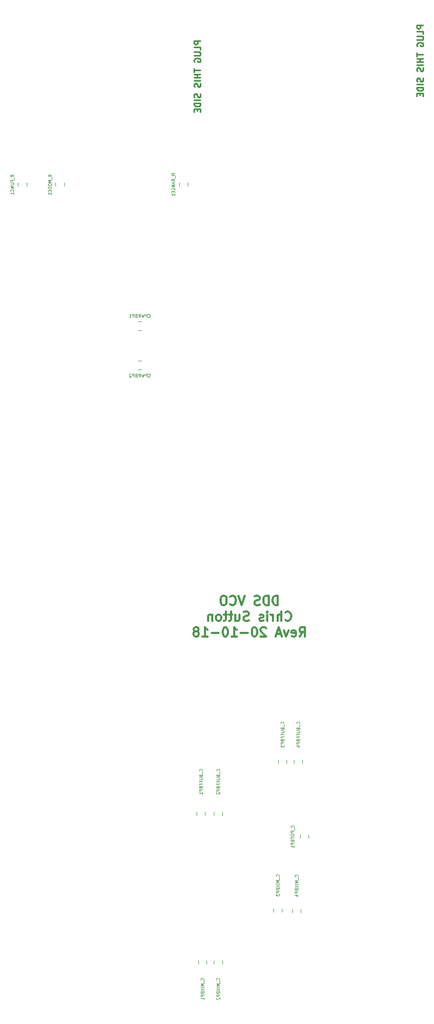
<source format=gbr>
G04 #@! TF.GenerationSoftware,KiCad,Pcbnew,(5.0.0)*
G04 #@! TF.CreationDate,2018-10-20T13:21:43+01:00*
G04 #@! TF.ProjectId,AD9833FunctionGenerator,41443938333346756E6374696F6E4765,rev?*
G04 #@! TF.SameCoordinates,Original*
G04 #@! TF.FileFunction,Legend,Bot*
G04 #@! TF.FilePolarity,Positive*
%FSLAX46Y46*%
G04 Gerber Fmt 4.6, Leading zero omitted, Abs format (unit mm)*
G04 Created by KiCad (PCBNEW (5.0.0)) date 10/20/18 13:21:43*
%MOMM*%
%LPD*%
G01*
G04 APERTURE LIST*
%ADD10C,0.300000*%
%ADD11C,0.250000*%
%ADD12C,0.120000*%
%ADD13C,0.050000*%
G04 APERTURE END LIST*
D10*
X98587142Y-161958571D02*
X98587142Y-160458571D01*
X98230000Y-160458571D01*
X98015714Y-160530000D01*
X97872857Y-160672857D01*
X97801428Y-160815714D01*
X97730000Y-161101428D01*
X97730000Y-161315714D01*
X97801428Y-161601428D01*
X97872857Y-161744285D01*
X98015714Y-161887142D01*
X98230000Y-161958571D01*
X98587142Y-161958571D01*
X97087142Y-161958571D02*
X97087142Y-160458571D01*
X96730000Y-160458571D01*
X96515714Y-160530000D01*
X96372857Y-160672857D01*
X96301428Y-160815714D01*
X96230000Y-161101428D01*
X96230000Y-161315714D01*
X96301428Y-161601428D01*
X96372857Y-161744285D01*
X96515714Y-161887142D01*
X96730000Y-161958571D01*
X97087142Y-161958571D01*
X95658571Y-161887142D02*
X95444285Y-161958571D01*
X95087142Y-161958571D01*
X94944285Y-161887142D01*
X94872857Y-161815714D01*
X94801428Y-161672857D01*
X94801428Y-161530000D01*
X94872857Y-161387142D01*
X94944285Y-161315714D01*
X95087142Y-161244285D01*
X95372857Y-161172857D01*
X95515714Y-161101428D01*
X95587142Y-161030000D01*
X95658571Y-160887142D01*
X95658571Y-160744285D01*
X95587142Y-160601428D01*
X95515714Y-160530000D01*
X95372857Y-160458571D01*
X95015714Y-160458571D01*
X94801428Y-160530000D01*
X93230000Y-160458571D02*
X92730000Y-161958571D01*
X92230000Y-160458571D01*
X90872857Y-161815714D02*
X90944285Y-161887142D01*
X91158571Y-161958571D01*
X91301428Y-161958571D01*
X91515714Y-161887142D01*
X91658571Y-161744285D01*
X91730000Y-161601428D01*
X91801428Y-161315714D01*
X91801428Y-161101428D01*
X91730000Y-160815714D01*
X91658571Y-160672857D01*
X91515714Y-160530000D01*
X91301428Y-160458571D01*
X91158571Y-160458571D01*
X90944285Y-160530000D01*
X90872857Y-160601428D01*
X89944285Y-160458571D02*
X89658571Y-160458571D01*
X89515714Y-160530000D01*
X89372857Y-160672857D01*
X89301428Y-160958571D01*
X89301428Y-161458571D01*
X89372857Y-161744285D01*
X89515714Y-161887142D01*
X89658571Y-161958571D01*
X89944285Y-161958571D01*
X90087142Y-161887142D01*
X90230000Y-161744285D01*
X90301428Y-161458571D01*
X90301428Y-160958571D01*
X90230000Y-160672857D01*
X90087142Y-160530000D01*
X89944285Y-160458571D01*
X99801428Y-164365714D02*
X99872857Y-164437142D01*
X100087142Y-164508571D01*
X100230000Y-164508571D01*
X100444285Y-164437142D01*
X100587142Y-164294285D01*
X100658571Y-164151428D01*
X100730000Y-163865714D01*
X100730000Y-163651428D01*
X100658571Y-163365714D01*
X100587142Y-163222857D01*
X100444285Y-163080000D01*
X100230000Y-163008571D01*
X100087142Y-163008571D01*
X99872857Y-163080000D01*
X99801428Y-163151428D01*
X99158571Y-164508571D02*
X99158571Y-163008571D01*
X98515714Y-164508571D02*
X98515714Y-163722857D01*
X98587142Y-163580000D01*
X98730000Y-163508571D01*
X98944285Y-163508571D01*
X99087142Y-163580000D01*
X99158571Y-163651428D01*
X97801428Y-164508571D02*
X97801428Y-163508571D01*
X97801428Y-163794285D02*
X97730000Y-163651428D01*
X97658571Y-163580000D01*
X97515714Y-163508571D01*
X97372857Y-163508571D01*
X96872857Y-164508571D02*
X96872857Y-163508571D01*
X96872857Y-163008571D02*
X96944285Y-163080000D01*
X96872857Y-163151428D01*
X96801428Y-163080000D01*
X96872857Y-163008571D01*
X96872857Y-163151428D01*
X96230000Y-164437142D02*
X96087142Y-164508571D01*
X95801428Y-164508571D01*
X95658571Y-164437142D01*
X95587142Y-164294285D01*
X95587142Y-164222857D01*
X95658571Y-164080000D01*
X95801428Y-164008571D01*
X96015714Y-164008571D01*
X96158571Y-163937142D01*
X96230000Y-163794285D01*
X96230000Y-163722857D01*
X96158571Y-163580000D01*
X96015714Y-163508571D01*
X95801428Y-163508571D01*
X95658571Y-163580000D01*
X93872857Y-164437142D02*
X93658571Y-164508571D01*
X93301428Y-164508571D01*
X93158571Y-164437142D01*
X93087142Y-164365714D01*
X93015714Y-164222857D01*
X93015714Y-164080000D01*
X93087142Y-163937142D01*
X93158571Y-163865714D01*
X93301428Y-163794285D01*
X93587142Y-163722857D01*
X93730000Y-163651428D01*
X93801428Y-163580000D01*
X93872857Y-163437142D01*
X93872857Y-163294285D01*
X93801428Y-163151428D01*
X93730000Y-163080000D01*
X93587142Y-163008571D01*
X93230000Y-163008571D01*
X93015714Y-163080000D01*
X91730000Y-163508571D02*
X91730000Y-164508571D01*
X92372857Y-163508571D02*
X92372857Y-164294285D01*
X92301428Y-164437142D01*
X92158571Y-164508571D01*
X91944285Y-164508571D01*
X91801428Y-164437142D01*
X91730000Y-164365714D01*
X91230000Y-163508571D02*
X90658571Y-163508571D01*
X91015714Y-163008571D02*
X91015714Y-164294285D01*
X90944285Y-164437142D01*
X90801428Y-164508571D01*
X90658571Y-164508571D01*
X90372857Y-163508571D02*
X89801428Y-163508571D01*
X90158571Y-163008571D02*
X90158571Y-164294285D01*
X90087142Y-164437142D01*
X89944285Y-164508571D01*
X89801428Y-164508571D01*
X89087142Y-164508571D02*
X89230000Y-164437142D01*
X89301428Y-164365714D01*
X89372857Y-164222857D01*
X89372857Y-163794285D01*
X89301428Y-163651428D01*
X89230000Y-163580000D01*
X89087142Y-163508571D01*
X88872857Y-163508571D01*
X88730000Y-163580000D01*
X88658571Y-163651428D01*
X88587142Y-163794285D01*
X88587142Y-164222857D01*
X88658571Y-164365714D01*
X88730000Y-164437142D01*
X88872857Y-164508571D01*
X89087142Y-164508571D01*
X87944285Y-163508571D02*
X87944285Y-164508571D01*
X87944285Y-163651428D02*
X87872857Y-163580000D01*
X87730000Y-163508571D01*
X87515714Y-163508571D01*
X87372857Y-163580000D01*
X87301428Y-163722857D01*
X87301428Y-164508571D01*
X102087142Y-167058571D02*
X102587142Y-166344285D01*
X102944285Y-167058571D02*
X102944285Y-165558571D01*
X102372857Y-165558571D01*
X102230000Y-165630000D01*
X102158571Y-165701428D01*
X102087142Y-165844285D01*
X102087142Y-166058571D01*
X102158571Y-166201428D01*
X102230000Y-166272857D01*
X102372857Y-166344285D01*
X102944285Y-166344285D01*
X100872857Y-166987142D02*
X101015714Y-167058571D01*
X101301428Y-167058571D01*
X101444285Y-166987142D01*
X101515714Y-166844285D01*
X101515714Y-166272857D01*
X101444285Y-166130000D01*
X101301428Y-166058571D01*
X101015714Y-166058571D01*
X100872857Y-166130000D01*
X100801428Y-166272857D01*
X100801428Y-166415714D01*
X101515714Y-166558571D01*
X100301428Y-166058571D02*
X99944285Y-167058571D01*
X99587142Y-166058571D01*
X99087142Y-166630000D02*
X98372857Y-166630000D01*
X99230000Y-167058571D02*
X98730000Y-165558571D01*
X98230000Y-167058571D01*
X96658571Y-165701428D02*
X96587142Y-165630000D01*
X96444285Y-165558571D01*
X96087142Y-165558571D01*
X95944285Y-165630000D01*
X95872857Y-165701428D01*
X95801428Y-165844285D01*
X95801428Y-165987142D01*
X95872857Y-166201428D01*
X96730000Y-167058571D01*
X95801428Y-167058571D01*
X94872857Y-165558571D02*
X94730000Y-165558571D01*
X94587142Y-165630000D01*
X94515714Y-165701428D01*
X94444285Y-165844285D01*
X94372857Y-166130000D01*
X94372857Y-166487142D01*
X94444285Y-166772857D01*
X94515714Y-166915714D01*
X94587142Y-166987142D01*
X94730000Y-167058571D01*
X94872857Y-167058571D01*
X95015714Y-166987142D01*
X95087142Y-166915714D01*
X95158571Y-166772857D01*
X95230000Y-166487142D01*
X95230000Y-166130000D01*
X95158571Y-165844285D01*
X95087142Y-165701428D01*
X95015714Y-165630000D01*
X94872857Y-165558571D01*
X93730000Y-166487142D02*
X92587142Y-166487142D01*
X91087142Y-167058571D02*
X91944285Y-167058571D01*
X91515714Y-167058571D02*
X91515714Y-165558571D01*
X91658571Y-165772857D01*
X91801428Y-165915714D01*
X91944285Y-165987142D01*
X90158571Y-165558571D02*
X90015714Y-165558571D01*
X89872857Y-165630000D01*
X89801428Y-165701428D01*
X89730000Y-165844285D01*
X89658571Y-166130000D01*
X89658571Y-166487142D01*
X89730000Y-166772857D01*
X89801428Y-166915714D01*
X89872857Y-166987142D01*
X90015714Y-167058571D01*
X90158571Y-167058571D01*
X90301428Y-166987142D01*
X90372857Y-166915714D01*
X90444285Y-166772857D01*
X90515714Y-166487142D01*
X90515714Y-166130000D01*
X90444285Y-165844285D01*
X90372857Y-165701428D01*
X90301428Y-165630000D01*
X90158571Y-165558571D01*
X89015714Y-166487142D02*
X87872857Y-166487142D01*
X86372857Y-167058571D02*
X87230000Y-167058571D01*
X86801428Y-167058571D02*
X86801428Y-165558571D01*
X86944285Y-165772857D01*
X87087142Y-165915714D01*
X87230000Y-165987142D01*
X85515714Y-166201428D02*
X85658571Y-166130000D01*
X85730000Y-166058571D01*
X85801428Y-165915714D01*
X85801428Y-165844285D01*
X85730000Y-165701428D01*
X85658571Y-165630000D01*
X85515714Y-165558571D01*
X85230000Y-165558571D01*
X85087142Y-165630000D01*
X85015714Y-165701428D01*
X84944285Y-165844285D01*
X84944285Y-165915714D01*
X85015714Y-166058571D01*
X85087142Y-166130000D01*
X85230000Y-166201428D01*
X85515714Y-166201428D01*
X85658571Y-166272857D01*
X85730000Y-166344285D01*
X85801428Y-166487142D01*
X85801428Y-166772857D01*
X85730000Y-166915714D01*
X85658571Y-166987142D01*
X85515714Y-167058571D01*
X85230000Y-167058571D01*
X85087142Y-166987142D01*
X85015714Y-166915714D01*
X84944285Y-166772857D01*
X84944285Y-166487142D01*
X85015714Y-166344285D01*
X85087142Y-166272857D01*
X85230000Y-166201428D01*
D11*
X86050380Y-70715904D02*
X85050380Y-70715904D01*
X85050380Y-71096857D01*
X85098000Y-71192095D01*
X85145619Y-71239714D01*
X85240857Y-71287333D01*
X85383714Y-71287333D01*
X85478952Y-71239714D01*
X85526571Y-71192095D01*
X85574190Y-71096857D01*
X85574190Y-70715904D01*
X86050380Y-72192095D02*
X86050380Y-71715904D01*
X85050380Y-71715904D01*
X85050380Y-72525428D02*
X85859904Y-72525428D01*
X85955142Y-72573047D01*
X86002761Y-72620666D01*
X86050380Y-72715904D01*
X86050380Y-72906380D01*
X86002761Y-73001619D01*
X85955142Y-73049238D01*
X85859904Y-73096857D01*
X85050380Y-73096857D01*
X85098000Y-74096857D02*
X85050380Y-74001619D01*
X85050380Y-73858761D01*
X85098000Y-73715904D01*
X85193238Y-73620666D01*
X85288476Y-73573047D01*
X85478952Y-73525428D01*
X85621809Y-73525428D01*
X85812285Y-73573047D01*
X85907523Y-73620666D01*
X86002761Y-73715904D01*
X86050380Y-73858761D01*
X86050380Y-73954000D01*
X86002761Y-74096857D01*
X85955142Y-74144476D01*
X85621809Y-74144476D01*
X85621809Y-73954000D01*
X85050380Y-75192095D02*
X85050380Y-75763523D01*
X86050380Y-75477809D02*
X85050380Y-75477809D01*
X86050380Y-76096857D02*
X85050380Y-76096857D01*
X85526571Y-76096857D02*
X85526571Y-76668285D01*
X86050380Y-76668285D02*
X85050380Y-76668285D01*
X86050380Y-77144476D02*
X85050380Y-77144476D01*
X86002761Y-77573047D02*
X86050380Y-77715904D01*
X86050380Y-77954000D01*
X86002761Y-78049238D01*
X85955142Y-78096857D01*
X85859904Y-78144476D01*
X85764666Y-78144476D01*
X85669428Y-78096857D01*
X85621809Y-78049238D01*
X85574190Y-77954000D01*
X85526571Y-77763523D01*
X85478952Y-77668285D01*
X85431333Y-77620666D01*
X85336095Y-77573047D01*
X85240857Y-77573047D01*
X85145619Y-77620666D01*
X85098000Y-77668285D01*
X85050380Y-77763523D01*
X85050380Y-78001619D01*
X85098000Y-78144476D01*
X86002761Y-79287333D02*
X86050380Y-79430190D01*
X86050380Y-79668285D01*
X86002761Y-79763523D01*
X85955142Y-79811142D01*
X85859904Y-79858761D01*
X85764666Y-79858761D01*
X85669428Y-79811142D01*
X85621809Y-79763523D01*
X85574190Y-79668285D01*
X85526571Y-79477809D01*
X85478952Y-79382571D01*
X85431333Y-79334952D01*
X85336095Y-79287333D01*
X85240857Y-79287333D01*
X85145619Y-79334952D01*
X85098000Y-79382571D01*
X85050380Y-79477809D01*
X85050380Y-79715904D01*
X85098000Y-79858761D01*
X86050380Y-80287333D02*
X85050380Y-80287333D01*
X86050380Y-80763523D02*
X85050380Y-80763523D01*
X85050380Y-81001619D01*
X85098000Y-81144476D01*
X85193238Y-81239714D01*
X85288476Y-81287333D01*
X85478952Y-81334952D01*
X85621809Y-81334952D01*
X85812285Y-81287333D01*
X85907523Y-81239714D01*
X86002761Y-81144476D01*
X86050380Y-81001619D01*
X86050380Y-80763523D01*
X85526571Y-81763523D02*
X85526571Y-82096857D01*
X86050380Y-82239714D02*
X86050380Y-81763523D01*
X85050380Y-81763523D01*
X85050380Y-82239714D01*
X122118380Y-68175904D02*
X121118380Y-68175904D01*
X121118380Y-68556857D01*
X121166000Y-68652095D01*
X121213619Y-68699714D01*
X121308857Y-68747333D01*
X121451714Y-68747333D01*
X121546952Y-68699714D01*
X121594571Y-68652095D01*
X121642190Y-68556857D01*
X121642190Y-68175904D01*
X122118380Y-69652095D02*
X122118380Y-69175904D01*
X121118380Y-69175904D01*
X121118380Y-69985428D02*
X121927904Y-69985428D01*
X122023142Y-70033047D01*
X122070761Y-70080666D01*
X122118380Y-70175904D01*
X122118380Y-70366380D01*
X122070761Y-70461619D01*
X122023142Y-70509238D01*
X121927904Y-70556857D01*
X121118380Y-70556857D01*
X121166000Y-71556857D02*
X121118380Y-71461619D01*
X121118380Y-71318761D01*
X121166000Y-71175904D01*
X121261238Y-71080666D01*
X121356476Y-71033047D01*
X121546952Y-70985428D01*
X121689809Y-70985428D01*
X121880285Y-71033047D01*
X121975523Y-71080666D01*
X122070761Y-71175904D01*
X122118380Y-71318761D01*
X122118380Y-71414000D01*
X122070761Y-71556857D01*
X122023142Y-71604476D01*
X121689809Y-71604476D01*
X121689809Y-71414000D01*
X121118380Y-72652095D02*
X121118380Y-73223523D01*
X122118380Y-72937809D02*
X121118380Y-72937809D01*
X122118380Y-73556857D02*
X121118380Y-73556857D01*
X121594571Y-73556857D02*
X121594571Y-74128285D01*
X122118380Y-74128285D02*
X121118380Y-74128285D01*
X122118380Y-74604476D02*
X121118380Y-74604476D01*
X122070761Y-75033047D02*
X122118380Y-75175904D01*
X122118380Y-75414000D01*
X122070761Y-75509238D01*
X122023142Y-75556857D01*
X121927904Y-75604476D01*
X121832666Y-75604476D01*
X121737428Y-75556857D01*
X121689809Y-75509238D01*
X121642190Y-75414000D01*
X121594571Y-75223523D01*
X121546952Y-75128285D01*
X121499333Y-75080666D01*
X121404095Y-75033047D01*
X121308857Y-75033047D01*
X121213619Y-75080666D01*
X121166000Y-75128285D01*
X121118380Y-75223523D01*
X121118380Y-75461619D01*
X121166000Y-75604476D01*
X122070761Y-76747333D02*
X122118380Y-76890190D01*
X122118380Y-77128285D01*
X122070761Y-77223523D01*
X122023142Y-77271142D01*
X121927904Y-77318761D01*
X121832666Y-77318761D01*
X121737428Y-77271142D01*
X121689809Y-77223523D01*
X121642190Y-77128285D01*
X121594571Y-76937809D01*
X121546952Y-76842571D01*
X121499333Y-76794952D01*
X121404095Y-76747333D01*
X121308857Y-76747333D01*
X121213619Y-76794952D01*
X121166000Y-76842571D01*
X121118380Y-76937809D01*
X121118380Y-77175904D01*
X121166000Y-77318761D01*
X122118380Y-77747333D02*
X121118380Y-77747333D01*
X122118380Y-78223523D02*
X121118380Y-78223523D01*
X121118380Y-78461619D01*
X121166000Y-78604476D01*
X121261238Y-78699714D01*
X121356476Y-78747333D01*
X121546952Y-78794952D01*
X121689809Y-78794952D01*
X121880285Y-78747333D01*
X121975523Y-78699714D01*
X122070761Y-78604476D01*
X122118380Y-78461619D01*
X122118380Y-78223523D01*
X121594571Y-79223523D02*
X121594571Y-79556857D01*
X122118380Y-79699714D02*
X122118380Y-79223523D01*
X121118380Y-79223523D01*
X121118380Y-79699714D01*
D12*
G04 #@! TO.C,R_RANGE1*
X82602000Y-93682446D02*
X82602000Y-94204950D01*
X84022000Y-93682446D02*
X84022000Y-94204950D01*
G04 #@! TO.C,C_BUFFBP1*
X85396000Y-195433225D02*
X85396000Y-195955729D01*
X86816000Y-195433225D02*
X86816000Y-195955729D01*
G04 #@! TO.C,R_MODE1*
X64029681Y-93682446D02*
X64029681Y-94204950D01*
X62609681Y-93682446D02*
X62609681Y-94204950D01*
G04 #@! TO.C,C_POTBP1*
X103580000Y-199651252D02*
X103580000Y-199128748D01*
X102160000Y-199651252D02*
X102160000Y-199128748D01*
G04 #@! TO.C,C_BUFFBP2*
X89610000Y-195433225D02*
X89610000Y-195955729D01*
X88190000Y-195433225D02*
X88190000Y-195955729D01*
G04 #@! TO.C,C_BUFFBP3*
X100024000Y-187586252D02*
X100024000Y-187063748D01*
X98604000Y-187586252D02*
X98604000Y-187063748D01*
G04 #@! TO.C,C_BUFFBP4*
X101144000Y-187586252D02*
X101144000Y-187063748D01*
X102564000Y-187586252D02*
X102564000Y-187063748D01*
G04 #@! TO.C,C_MIXBP1*
X85650000Y-219448748D02*
X85650000Y-219971252D01*
X87070000Y-219448748D02*
X87070000Y-219971252D01*
G04 #@! TO.C,C_MIXBP2*
X88190000Y-219448748D02*
X88190000Y-219971252D01*
X89610000Y-219448748D02*
X89610000Y-219971252D01*
G04 #@! TO.C,C_MIXBP3*
X97842000Y-211589252D02*
X97842000Y-211066748D01*
X99262000Y-211589252D02*
X99262000Y-211066748D01*
G04 #@! TO.C,C_MIXBP4*
X100890000Y-211665870D02*
X100890000Y-211143366D01*
X102310000Y-211665870D02*
X102310000Y-211143366D01*
G04 #@! TO.C,R_FUNC1*
X56513681Y-93682446D02*
X56513681Y-94204950D01*
X57933681Y-93682446D02*
X57933681Y-94204950D01*
G04 #@! TO.C,CPWRBP1*
X76461252Y-116130000D02*
X75938748Y-116130000D01*
X76461252Y-117550000D02*
X75938748Y-117550000D01*
G04 #@! TO.C,CPWRBP2*
X75938748Y-122480000D02*
X76461252Y-122480000D01*
X75938748Y-123900000D02*
X76461252Y-123900000D01*
G04 #@! TO.C,R_RANGE1*
D13*
X81888190Y-92467507D02*
X81650095Y-92300840D01*
X81888190Y-92181793D02*
X81388190Y-92181793D01*
X81388190Y-92372269D01*
X81412000Y-92419888D01*
X81435809Y-92443698D01*
X81483428Y-92467507D01*
X81554857Y-92467507D01*
X81602476Y-92443698D01*
X81626285Y-92419888D01*
X81650095Y-92372269D01*
X81650095Y-92181793D01*
X81935809Y-92562745D02*
X81935809Y-92943698D01*
X81888190Y-93348459D02*
X81650095Y-93181793D01*
X81888190Y-93062745D02*
X81388190Y-93062745D01*
X81388190Y-93253221D01*
X81412000Y-93300840D01*
X81435809Y-93324650D01*
X81483428Y-93348459D01*
X81554857Y-93348459D01*
X81602476Y-93324650D01*
X81626285Y-93300840D01*
X81650095Y-93253221D01*
X81650095Y-93062745D01*
X81745333Y-93538936D02*
X81745333Y-93777031D01*
X81888190Y-93491317D02*
X81388190Y-93657983D01*
X81888190Y-93824650D01*
X81888190Y-93991317D02*
X81388190Y-93991317D01*
X81888190Y-94277031D01*
X81388190Y-94277031D01*
X81412000Y-94777031D02*
X81388190Y-94729412D01*
X81388190Y-94657983D01*
X81412000Y-94586555D01*
X81459619Y-94538936D01*
X81507238Y-94515126D01*
X81602476Y-94491317D01*
X81673904Y-94491317D01*
X81769142Y-94515126D01*
X81816761Y-94538936D01*
X81864380Y-94586555D01*
X81888190Y-94657983D01*
X81888190Y-94705602D01*
X81864380Y-94777031D01*
X81840571Y-94800840D01*
X81673904Y-94800840D01*
X81673904Y-94705602D01*
X81626285Y-95015126D02*
X81626285Y-95181793D01*
X81888190Y-95253221D02*
X81888190Y-95015126D01*
X81388190Y-95015126D01*
X81388190Y-95253221D01*
X81888190Y-95729412D02*
X81888190Y-95443698D01*
X81888190Y-95586555D02*
X81388190Y-95586555D01*
X81459619Y-95538936D01*
X81507238Y-95491317D01*
X81531047Y-95443698D01*
G04 #@! TO.C,C_BUFFBP1*
X86284571Y-188785714D02*
X86308380Y-188761904D01*
X86332190Y-188690476D01*
X86332190Y-188642857D01*
X86308380Y-188571428D01*
X86260761Y-188523809D01*
X86213142Y-188500000D01*
X86117904Y-188476190D01*
X86046476Y-188476190D01*
X85951238Y-188500000D01*
X85903619Y-188523809D01*
X85856000Y-188571428D01*
X85832190Y-188642857D01*
X85832190Y-188690476D01*
X85856000Y-188761904D01*
X85879809Y-188785714D01*
X86379809Y-188880952D02*
X86379809Y-189261904D01*
X86070285Y-189547619D02*
X86094095Y-189619047D01*
X86117904Y-189642857D01*
X86165523Y-189666666D01*
X86236952Y-189666666D01*
X86284571Y-189642857D01*
X86308380Y-189619047D01*
X86332190Y-189571428D01*
X86332190Y-189380952D01*
X85832190Y-189380952D01*
X85832190Y-189547619D01*
X85856000Y-189595238D01*
X85879809Y-189619047D01*
X85927428Y-189642857D01*
X85975047Y-189642857D01*
X86022666Y-189619047D01*
X86046476Y-189595238D01*
X86070285Y-189547619D01*
X86070285Y-189380952D01*
X85832190Y-189880952D02*
X86236952Y-189880952D01*
X86284571Y-189904761D01*
X86308380Y-189928571D01*
X86332190Y-189976190D01*
X86332190Y-190071428D01*
X86308380Y-190119047D01*
X86284571Y-190142857D01*
X86236952Y-190166666D01*
X85832190Y-190166666D01*
X86070285Y-190571428D02*
X86070285Y-190404761D01*
X86332190Y-190404761D02*
X85832190Y-190404761D01*
X85832190Y-190642857D01*
X86070285Y-191000000D02*
X86070285Y-190833333D01*
X86332190Y-190833333D02*
X85832190Y-190833333D01*
X85832190Y-191071428D01*
X86070285Y-191428571D02*
X86094095Y-191500000D01*
X86117904Y-191523809D01*
X86165523Y-191547619D01*
X86236952Y-191547619D01*
X86284571Y-191523809D01*
X86308380Y-191500000D01*
X86332190Y-191452380D01*
X86332190Y-191261904D01*
X85832190Y-191261904D01*
X85832190Y-191428571D01*
X85856000Y-191476190D01*
X85879809Y-191500000D01*
X85927428Y-191523809D01*
X85975047Y-191523809D01*
X86022666Y-191500000D01*
X86046476Y-191476190D01*
X86070285Y-191428571D01*
X86070285Y-191261904D01*
X86332190Y-191761904D02*
X85832190Y-191761904D01*
X85832190Y-191952380D01*
X85856000Y-192000000D01*
X85879809Y-192023809D01*
X85927428Y-192047619D01*
X85998857Y-192047619D01*
X86046476Y-192023809D01*
X86070285Y-192000000D01*
X86094095Y-191952380D01*
X86094095Y-191761904D01*
X86332190Y-192523809D02*
X86332190Y-192238095D01*
X86332190Y-192380952D02*
X85832190Y-192380952D01*
X85903619Y-192333333D01*
X85951238Y-192285714D01*
X85975047Y-192238095D01*
G04 #@! TO.C,R_MODE1*
X61895871Y-92646078D02*
X61657776Y-92479412D01*
X61895871Y-92360364D02*
X61395871Y-92360364D01*
X61395871Y-92550840D01*
X61419681Y-92598459D01*
X61443490Y-92622269D01*
X61491109Y-92646078D01*
X61562538Y-92646078D01*
X61610157Y-92622269D01*
X61633966Y-92598459D01*
X61657776Y-92550840D01*
X61657776Y-92360364D01*
X61943490Y-92741317D02*
X61943490Y-93122269D01*
X61895871Y-93241317D02*
X61395871Y-93241317D01*
X61753014Y-93407983D01*
X61395871Y-93574650D01*
X61895871Y-93574650D01*
X61395871Y-93907983D02*
X61395871Y-94003221D01*
X61419681Y-94050840D01*
X61467300Y-94098459D01*
X61562538Y-94122269D01*
X61729204Y-94122269D01*
X61824442Y-94098459D01*
X61872061Y-94050840D01*
X61895871Y-94003221D01*
X61895871Y-93907983D01*
X61872061Y-93860364D01*
X61824442Y-93812745D01*
X61729204Y-93788936D01*
X61562538Y-93788936D01*
X61467300Y-93812745D01*
X61419681Y-93860364D01*
X61395871Y-93907983D01*
X61895871Y-94336555D02*
X61395871Y-94336555D01*
X61395871Y-94455602D01*
X61419681Y-94527031D01*
X61467300Y-94574650D01*
X61514919Y-94598459D01*
X61610157Y-94622269D01*
X61681585Y-94622269D01*
X61776823Y-94598459D01*
X61824442Y-94574650D01*
X61872061Y-94527031D01*
X61895871Y-94455602D01*
X61895871Y-94336555D01*
X61633966Y-94836555D02*
X61633966Y-95003221D01*
X61895871Y-95074650D02*
X61895871Y-94836555D01*
X61395871Y-94836555D01*
X61395871Y-95074650D01*
X61895871Y-95550840D02*
X61895871Y-95265126D01*
X61895871Y-95407983D02*
X61395871Y-95407983D01*
X61467300Y-95360364D01*
X61514919Y-95312745D01*
X61538728Y-95265126D01*
G04 #@! TO.C,C_POTBP1*
X101143571Y-197913809D02*
X101167380Y-197890000D01*
X101191190Y-197818571D01*
X101191190Y-197770952D01*
X101167380Y-197699523D01*
X101119761Y-197651904D01*
X101072142Y-197628095D01*
X100976904Y-197604285D01*
X100905476Y-197604285D01*
X100810238Y-197628095D01*
X100762619Y-197651904D01*
X100715000Y-197699523D01*
X100691190Y-197770952D01*
X100691190Y-197818571D01*
X100715000Y-197890000D01*
X100738809Y-197913809D01*
X101238809Y-198009047D02*
X101238809Y-198390000D01*
X101191190Y-198509047D02*
X100691190Y-198509047D01*
X100691190Y-198699523D01*
X100715000Y-198747142D01*
X100738809Y-198770952D01*
X100786428Y-198794761D01*
X100857857Y-198794761D01*
X100905476Y-198770952D01*
X100929285Y-198747142D01*
X100953095Y-198699523D01*
X100953095Y-198509047D01*
X100691190Y-199104285D02*
X100691190Y-199199523D01*
X100715000Y-199247142D01*
X100762619Y-199294761D01*
X100857857Y-199318571D01*
X101024523Y-199318571D01*
X101119761Y-199294761D01*
X101167380Y-199247142D01*
X101191190Y-199199523D01*
X101191190Y-199104285D01*
X101167380Y-199056666D01*
X101119761Y-199009047D01*
X101024523Y-198985238D01*
X100857857Y-198985238D01*
X100762619Y-199009047D01*
X100715000Y-199056666D01*
X100691190Y-199104285D01*
X100691190Y-199461428D02*
X100691190Y-199747142D01*
X101191190Y-199604285D02*
X100691190Y-199604285D01*
X100929285Y-200080476D02*
X100953095Y-200151904D01*
X100976904Y-200175714D01*
X101024523Y-200199523D01*
X101095952Y-200199523D01*
X101143571Y-200175714D01*
X101167380Y-200151904D01*
X101191190Y-200104285D01*
X101191190Y-199913809D01*
X100691190Y-199913809D01*
X100691190Y-200080476D01*
X100715000Y-200128095D01*
X100738809Y-200151904D01*
X100786428Y-200175714D01*
X100834047Y-200175714D01*
X100881666Y-200151904D01*
X100905476Y-200128095D01*
X100929285Y-200080476D01*
X100929285Y-199913809D01*
X101191190Y-200413809D02*
X100691190Y-200413809D01*
X100691190Y-200604285D01*
X100715000Y-200651904D01*
X100738809Y-200675714D01*
X100786428Y-200699523D01*
X100857857Y-200699523D01*
X100905476Y-200675714D01*
X100929285Y-200651904D01*
X100953095Y-200604285D01*
X100953095Y-200413809D01*
X101191190Y-201175714D02*
X101191190Y-200890000D01*
X101191190Y-201032857D02*
X100691190Y-201032857D01*
X100762619Y-200985238D01*
X100810238Y-200937619D01*
X100834047Y-200890000D01*
G04 #@! TO.C,C_BUFFBP2*
X89078571Y-188785714D02*
X89102380Y-188761904D01*
X89126190Y-188690476D01*
X89126190Y-188642857D01*
X89102380Y-188571428D01*
X89054761Y-188523809D01*
X89007142Y-188500000D01*
X88911904Y-188476190D01*
X88840476Y-188476190D01*
X88745238Y-188500000D01*
X88697619Y-188523809D01*
X88650000Y-188571428D01*
X88626190Y-188642857D01*
X88626190Y-188690476D01*
X88650000Y-188761904D01*
X88673809Y-188785714D01*
X89173809Y-188880952D02*
X89173809Y-189261904D01*
X88864285Y-189547619D02*
X88888095Y-189619047D01*
X88911904Y-189642857D01*
X88959523Y-189666666D01*
X89030952Y-189666666D01*
X89078571Y-189642857D01*
X89102380Y-189619047D01*
X89126190Y-189571428D01*
X89126190Y-189380952D01*
X88626190Y-189380952D01*
X88626190Y-189547619D01*
X88650000Y-189595238D01*
X88673809Y-189619047D01*
X88721428Y-189642857D01*
X88769047Y-189642857D01*
X88816666Y-189619047D01*
X88840476Y-189595238D01*
X88864285Y-189547619D01*
X88864285Y-189380952D01*
X88626190Y-189880952D02*
X89030952Y-189880952D01*
X89078571Y-189904761D01*
X89102380Y-189928571D01*
X89126190Y-189976190D01*
X89126190Y-190071428D01*
X89102380Y-190119047D01*
X89078571Y-190142857D01*
X89030952Y-190166666D01*
X88626190Y-190166666D01*
X88864285Y-190571428D02*
X88864285Y-190404761D01*
X89126190Y-190404761D02*
X88626190Y-190404761D01*
X88626190Y-190642857D01*
X88864285Y-191000000D02*
X88864285Y-190833333D01*
X89126190Y-190833333D02*
X88626190Y-190833333D01*
X88626190Y-191071428D01*
X88864285Y-191428571D02*
X88888095Y-191500000D01*
X88911904Y-191523809D01*
X88959523Y-191547619D01*
X89030952Y-191547619D01*
X89078571Y-191523809D01*
X89102380Y-191500000D01*
X89126190Y-191452380D01*
X89126190Y-191261904D01*
X88626190Y-191261904D01*
X88626190Y-191428571D01*
X88650000Y-191476190D01*
X88673809Y-191500000D01*
X88721428Y-191523809D01*
X88769047Y-191523809D01*
X88816666Y-191500000D01*
X88840476Y-191476190D01*
X88864285Y-191428571D01*
X88864285Y-191261904D01*
X89126190Y-191761904D02*
X88626190Y-191761904D01*
X88626190Y-191952380D01*
X88650000Y-192000000D01*
X88673809Y-192023809D01*
X88721428Y-192047619D01*
X88792857Y-192047619D01*
X88840476Y-192023809D01*
X88864285Y-192000000D01*
X88888095Y-191952380D01*
X88888095Y-191761904D01*
X88673809Y-192238095D02*
X88650000Y-192261904D01*
X88626190Y-192309523D01*
X88626190Y-192428571D01*
X88650000Y-192476190D01*
X88673809Y-192500000D01*
X88721428Y-192523809D01*
X88769047Y-192523809D01*
X88840476Y-192500000D01*
X89126190Y-192214285D01*
X89126190Y-192523809D01*
G04 #@! TO.C,C_BUFFBP3*
X99492571Y-181165714D02*
X99516380Y-181141904D01*
X99540190Y-181070476D01*
X99540190Y-181022857D01*
X99516380Y-180951428D01*
X99468761Y-180903809D01*
X99421142Y-180880000D01*
X99325904Y-180856190D01*
X99254476Y-180856190D01*
X99159238Y-180880000D01*
X99111619Y-180903809D01*
X99064000Y-180951428D01*
X99040190Y-181022857D01*
X99040190Y-181070476D01*
X99064000Y-181141904D01*
X99087809Y-181165714D01*
X99587809Y-181260952D02*
X99587809Y-181641904D01*
X99278285Y-181927619D02*
X99302095Y-181999047D01*
X99325904Y-182022857D01*
X99373523Y-182046666D01*
X99444952Y-182046666D01*
X99492571Y-182022857D01*
X99516380Y-181999047D01*
X99540190Y-181951428D01*
X99540190Y-181760952D01*
X99040190Y-181760952D01*
X99040190Y-181927619D01*
X99064000Y-181975238D01*
X99087809Y-181999047D01*
X99135428Y-182022857D01*
X99183047Y-182022857D01*
X99230666Y-181999047D01*
X99254476Y-181975238D01*
X99278285Y-181927619D01*
X99278285Y-181760952D01*
X99040190Y-182260952D02*
X99444952Y-182260952D01*
X99492571Y-182284761D01*
X99516380Y-182308571D01*
X99540190Y-182356190D01*
X99540190Y-182451428D01*
X99516380Y-182499047D01*
X99492571Y-182522857D01*
X99444952Y-182546666D01*
X99040190Y-182546666D01*
X99278285Y-182951428D02*
X99278285Y-182784761D01*
X99540190Y-182784761D02*
X99040190Y-182784761D01*
X99040190Y-183022857D01*
X99278285Y-183380000D02*
X99278285Y-183213333D01*
X99540190Y-183213333D02*
X99040190Y-183213333D01*
X99040190Y-183451428D01*
X99278285Y-183808571D02*
X99302095Y-183880000D01*
X99325904Y-183903809D01*
X99373523Y-183927619D01*
X99444952Y-183927619D01*
X99492571Y-183903809D01*
X99516380Y-183880000D01*
X99540190Y-183832380D01*
X99540190Y-183641904D01*
X99040190Y-183641904D01*
X99040190Y-183808571D01*
X99064000Y-183856190D01*
X99087809Y-183880000D01*
X99135428Y-183903809D01*
X99183047Y-183903809D01*
X99230666Y-183880000D01*
X99254476Y-183856190D01*
X99278285Y-183808571D01*
X99278285Y-183641904D01*
X99540190Y-184141904D02*
X99040190Y-184141904D01*
X99040190Y-184332380D01*
X99064000Y-184380000D01*
X99087809Y-184403809D01*
X99135428Y-184427619D01*
X99206857Y-184427619D01*
X99254476Y-184403809D01*
X99278285Y-184380000D01*
X99302095Y-184332380D01*
X99302095Y-184141904D01*
X99040190Y-184594285D02*
X99040190Y-184903809D01*
X99230666Y-184737142D01*
X99230666Y-184808571D01*
X99254476Y-184856190D01*
X99278285Y-184880000D01*
X99325904Y-184903809D01*
X99444952Y-184903809D01*
X99492571Y-184880000D01*
X99516380Y-184856190D01*
X99540190Y-184808571D01*
X99540190Y-184665714D01*
X99516380Y-184618095D01*
X99492571Y-184594285D01*
G04 #@! TO.C,C_BUFFBP4*
X102032571Y-181165714D02*
X102056380Y-181141904D01*
X102080190Y-181070476D01*
X102080190Y-181022857D01*
X102056380Y-180951428D01*
X102008761Y-180903809D01*
X101961142Y-180880000D01*
X101865904Y-180856190D01*
X101794476Y-180856190D01*
X101699238Y-180880000D01*
X101651619Y-180903809D01*
X101604000Y-180951428D01*
X101580190Y-181022857D01*
X101580190Y-181070476D01*
X101604000Y-181141904D01*
X101627809Y-181165714D01*
X102127809Y-181260952D02*
X102127809Y-181641904D01*
X101818285Y-181927619D02*
X101842095Y-181999047D01*
X101865904Y-182022857D01*
X101913523Y-182046666D01*
X101984952Y-182046666D01*
X102032571Y-182022857D01*
X102056380Y-181999047D01*
X102080190Y-181951428D01*
X102080190Y-181760952D01*
X101580190Y-181760952D01*
X101580190Y-181927619D01*
X101604000Y-181975238D01*
X101627809Y-181999047D01*
X101675428Y-182022857D01*
X101723047Y-182022857D01*
X101770666Y-181999047D01*
X101794476Y-181975238D01*
X101818285Y-181927619D01*
X101818285Y-181760952D01*
X101580190Y-182260952D02*
X101984952Y-182260952D01*
X102032571Y-182284761D01*
X102056380Y-182308571D01*
X102080190Y-182356190D01*
X102080190Y-182451428D01*
X102056380Y-182499047D01*
X102032571Y-182522857D01*
X101984952Y-182546666D01*
X101580190Y-182546666D01*
X101818285Y-182951428D02*
X101818285Y-182784761D01*
X102080190Y-182784761D02*
X101580190Y-182784761D01*
X101580190Y-183022857D01*
X101818285Y-183380000D02*
X101818285Y-183213333D01*
X102080190Y-183213333D02*
X101580190Y-183213333D01*
X101580190Y-183451428D01*
X101818285Y-183808571D02*
X101842095Y-183880000D01*
X101865904Y-183903809D01*
X101913523Y-183927619D01*
X101984952Y-183927619D01*
X102032571Y-183903809D01*
X102056380Y-183880000D01*
X102080190Y-183832380D01*
X102080190Y-183641904D01*
X101580190Y-183641904D01*
X101580190Y-183808571D01*
X101604000Y-183856190D01*
X101627809Y-183880000D01*
X101675428Y-183903809D01*
X101723047Y-183903809D01*
X101770666Y-183880000D01*
X101794476Y-183856190D01*
X101818285Y-183808571D01*
X101818285Y-183641904D01*
X102080190Y-184141904D02*
X101580190Y-184141904D01*
X101580190Y-184332380D01*
X101604000Y-184380000D01*
X101627809Y-184403809D01*
X101675428Y-184427619D01*
X101746857Y-184427619D01*
X101794476Y-184403809D01*
X101818285Y-184380000D01*
X101842095Y-184332380D01*
X101842095Y-184141904D01*
X101746857Y-184856190D02*
X102080190Y-184856190D01*
X101556380Y-184737142D02*
X101913523Y-184618095D01*
X101913523Y-184927619D01*
G04 #@! TO.C,C_MIXBP1*
X86538571Y-222611333D02*
X86562380Y-222587523D01*
X86586190Y-222516095D01*
X86586190Y-222468476D01*
X86562380Y-222397047D01*
X86514761Y-222349428D01*
X86467142Y-222325619D01*
X86371904Y-222301809D01*
X86300476Y-222301809D01*
X86205238Y-222325619D01*
X86157619Y-222349428D01*
X86110000Y-222397047D01*
X86086190Y-222468476D01*
X86086190Y-222516095D01*
X86110000Y-222587523D01*
X86133809Y-222611333D01*
X86633809Y-222706571D02*
X86633809Y-223087523D01*
X86586190Y-223206571D02*
X86086190Y-223206571D01*
X86443333Y-223373238D01*
X86086190Y-223539904D01*
X86586190Y-223539904D01*
X86586190Y-223778000D02*
X86086190Y-223778000D01*
X86086190Y-223968476D02*
X86586190Y-224301809D01*
X86086190Y-224301809D02*
X86586190Y-223968476D01*
X86324285Y-224658952D02*
X86348095Y-224730380D01*
X86371904Y-224754190D01*
X86419523Y-224778000D01*
X86490952Y-224778000D01*
X86538571Y-224754190D01*
X86562380Y-224730380D01*
X86586190Y-224682761D01*
X86586190Y-224492285D01*
X86086190Y-224492285D01*
X86086190Y-224658952D01*
X86110000Y-224706571D01*
X86133809Y-224730380D01*
X86181428Y-224754190D01*
X86229047Y-224754190D01*
X86276666Y-224730380D01*
X86300476Y-224706571D01*
X86324285Y-224658952D01*
X86324285Y-224492285D01*
X86586190Y-224992285D02*
X86086190Y-224992285D01*
X86086190Y-225182761D01*
X86110000Y-225230380D01*
X86133809Y-225254190D01*
X86181428Y-225278000D01*
X86252857Y-225278000D01*
X86300476Y-225254190D01*
X86324285Y-225230380D01*
X86348095Y-225182761D01*
X86348095Y-224992285D01*
X86586190Y-225754190D02*
X86586190Y-225468476D01*
X86586190Y-225611333D02*
X86086190Y-225611333D01*
X86157619Y-225563714D01*
X86205238Y-225516095D01*
X86229047Y-225468476D01*
G04 #@! TO.C,C_MIXBP2*
X89078571Y-222611333D02*
X89102380Y-222587523D01*
X89126190Y-222516095D01*
X89126190Y-222468476D01*
X89102380Y-222397047D01*
X89054761Y-222349428D01*
X89007142Y-222325619D01*
X88911904Y-222301809D01*
X88840476Y-222301809D01*
X88745238Y-222325619D01*
X88697619Y-222349428D01*
X88650000Y-222397047D01*
X88626190Y-222468476D01*
X88626190Y-222516095D01*
X88650000Y-222587523D01*
X88673809Y-222611333D01*
X89173809Y-222706571D02*
X89173809Y-223087523D01*
X89126190Y-223206571D02*
X88626190Y-223206571D01*
X88983333Y-223373238D01*
X88626190Y-223539904D01*
X89126190Y-223539904D01*
X89126190Y-223778000D02*
X88626190Y-223778000D01*
X88626190Y-223968476D02*
X89126190Y-224301809D01*
X88626190Y-224301809D02*
X89126190Y-223968476D01*
X88864285Y-224658952D02*
X88888095Y-224730380D01*
X88911904Y-224754190D01*
X88959523Y-224778000D01*
X89030952Y-224778000D01*
X89078571Y-224754190D01*
X89102380Y-224730380D01*
X89126190Y-224682761D01*
X89126190Y-224492285D01*
X88626190Y-224492285D01*
X88626190Y-224658952D01*
X88650000Y-224706571D01*
X88673809Y-224730380D01*
X88721428Y-224754190D01*
X88769047Y-224754190D01*
X88816666Y-224730380D01*
X88840476Y-224706571D01*
X88864285Y-224658952D01*
X88864285Y-224492285D01*
X89126190Y-224992285D02*
X88626190Y-224992285D01*
X88626190Y-225182761D01*
X88650000Y-225230380D01*
X88673809Y-225254190D01*
X88721428Y-225278000D01*
X88792857Y-225278000D01*
X88840476Y-225254190D01*
X88864285Y-225230380D01*
X88888095Y-225182761D01*
X88888095Y-224992285D01*
X88673809Y-225468476D02*
X88650000Y-225492285D01*
X88626190Y-225539904D01*
X88626190Y-225658952D01*
X88650000Y-225706571D01*
X88673809Y-225730380D01*
X88721428Y-225754190D01*
X88769047Y-225754190D01*
X88840476Y-225730380D01*
X89126190Y-225444666D01*
X89126190Y-225754190D01*
G04 #@! TO.C,C_MIXBP3*
X98730571Y-205847333D02*
X98754380Y-205823523D01*
X98778190Y-205752095D01*
X98778190Y-205704476D01*
X98754380Y-205633047D01*
X98706761Y-205585428D01*
X98659142Y-205561619D01*
X98563904Y-205537809D01*
X98492476Y-205537809D01*
X98397238Y-205561619D01*
X98349619Y-205585428D01*
X98302000Y-205633047D01*
X98278190Y-205704476D01*
X98278190Y-205752095D01*
X98302000Y-205823523D01*
X98325809Y-205847333D01*
X98825809Y-205942571D02*
X98825809Y-206323523D01*
X98778190Y-206442571D02*
X98278190Y-206442571D01*
X98635333Y-206609238D01*
X98278190Y-206775904D01*
X98778190Y-206775904D01*
X98778190Y-207014000D02*
X98278190Y-207014000D01*
X98278190Y-207204476D02*
X98778190Y-207537809D01*
X98278190Y-207537809D02*
X98778190Y-207204476D01*
X98516285Y-207894952D02*
X98540095Y-207966380D01*
X98563904Y-207990190D01*
X98611523Y-208014000D01*
X98682952Y-208014000D01*
X98730571Y-207990190D01*
X98754380Y-207966380D01*
X98778190Y-207918761D01*
X98778190Y-207728285D01*
X98278190Y-207728285D01*
X98278190Y-207894952D01*
X98302000Y-207942571D01*
X98325809Y-207966380D01*
X98373428Y-207990190D01*
X98421047Y-207990190D01*
X98468666Y-207966380D01*
X98492476Y-207942571D01*
X98516285Y-207894952D01*
X98516285Y-207728285D01*
X98778190Y-208228285D02*
X98278190Y-208228285D01*
X98278190Y-208418761D01*
X98302000Y-208466380D01*
X98325809Y-208490190D01*
X98373428Y-208514000D01*
X98444857Y-208514000D01*
X98492476Y-208490190D01*
X98516285Y-208466380D01*
X98540095Y-208418761D01*
X98540095Y-208228285D01*
X98278190Y-208680666D02*
X98278190Y-208990190D01*
X98468666Y-208823523D01*
X98468666Y-208894952D01*
X98492476Y-208942571D01*
X98516285Y-208966380D01*
X98563904Y-208990190D01*
X98682952Y-208990190D01*
X98730571Y-208966380D01*
X98754380Y-208942571D01*
X98778190Y-208894952D01*
X98778190Y-208752095D01*
X98754380Y-208704476D01*
X98730571Y-208680666D01*
G04 #@! TO.C,C_MIXBP4*
X101778571Y-205914951D02*
X101802380Y-205891141D01*
X101826190Y-205819713D01*
X101826190Y-205772094D01*
X101802380Y-205700665D01*
X101754761Y-205653046D01*
X101707142Y-205629237D01*
X101611904Y-205605427D01*
X101540476Y-205605427D01*
X101445238Y-205629237D01*
X101397619Y-205653046D01*
X101350000Y-205700665D01*
X101326190Y-205772094D01*
X101326190Y-205819713D01*
X101350000Y-205891141D01*
X101373809Y-205914951D01*
X101873809Y-206010189D02*
X101873809Y-206391141D01*
X101826190Y-206510189D02*
X101326190Y-206510189D01*
X101683333Y-206676856D01*
X101326190Y-206843522D01*
X101826190Y-206843522D01*
X101826190Y-207081618D02*
X101326190Y-207081618D01*
X101326190Y-207272094D02*
X101826190Y-207605427D01*
X101326190Y-207605427D02*
X101826190Y-207272094D01*
X101564285Y-207962570D02*
X101588095Y-208033998D01*
X101611904Y-208057808D01*
X101659523Y-208081618D01*
X101730952Y-208081618D01*
X101778571Y-208057808D01*
X101802380Y-208033998D01*
X101826190Y-207986379D01*
X101826190Y-207795903D01*
X101326190Y-207795903D01*
X101326190Y-207962570D01*
X101350000Y-208010189D01*
X101373809Y-208033998D01*
X101421428Y-208057808D01*
X101469047Y-208057808D01*
X101516666Y-208033998D01*
X101540476Y-208010189D01*
X101564285Y-207962570D01*
X101564285Y-207795903D01*
X101826190Y-208295903D02*
X101326190Y-208295903D01*
X101326190Y-208486379D01*
X101350000Y-208533998D01*
X101373809Y-208557808D01*
X101421428Y-208581618D01*
X101492857Y-208581618D01*
X101540476Y-208557808D01*
X101564285Y-208533998D01*
X101588095Y-208486379D01*
X101588095Y-208295903D01*
X101492857Y-209010189D02*
X101826190Y-209010189D01*
X101302380Y-208891141D02*
X101659523Y-208772094D01*
X101659523Y-209081618D01*
G04 #@! TO.C,R_FUNC1*
X55799871Y-92681793D02*
X55561776Y-92515126D01*
X55799871Y-92396078D02*
X55299871Y-92396078D01*
X55299871Y-92586555D01*
X55323681Y-92634174D01*
X55347490Y-92657983D01*
X55395109Y-92681793D01*
X55466538Y-92681793D01*
X55514157Y-92657983D01*
X55537966Y-92634174D01*
X55561776Y-92586555D01*
X55561776Y-92396078D01*
X55847490Y-92777031D02*
X55847490Y-93157983D01*
X55537966Y-93443698D02*
X55537966Y-93277031D01*
X55799871Y-93277031D02*
X55299871Y-93277031D01*
X55299871Y-93515126D01*
X55299871Y-93705602D02*
X55704633Y-93705602D01*
X55752252Y-93729412D01*
X55776061Y-93753221D01*
X55799871Y-93800840D01*
X55799871Y-93896078D01*
X55776061Y-93943698D01*
X55752252Y-93967507D01*
X55704633Y-93991317D01*
X55299871Y-93991317D01*
X55799871Y-94229412D02*
X55299871Y-94229412D01*
X55799871Y-94515126D01*
X55299871Y-94515126D01*
X55752252Y-95038936D02*
X55776061Y-95015126D01*
X55799871Y-94943698D01*
X55799871Y-94896078D01*
X55776061Y-94824650D01*
X55728442Y-94777031D01*
X55680823Y-94753221D01*
X55585585Y-94729412D01*
X55514157Y-94729412D01*
X55418919Y-94753221D01*
X55371300Y-94777031D01*
X55323681Y-94824650D01*
X55299871Y-94896078D01*
X55299871Y-94943698D01*
X55323681Y-95015126D01*
X55347490Y-95038936D01*
X55799871Y-95515126D02*
X55799871Y-95229412D01*
X55799871Y-95372269D02*
X55299871Y-95372269D01*
X55371300Y-95324650D01*
X55418919Y-95277031D01*
X55442728Y-95229412D01*
G04 #@! TO.C,CPWRBP1*
X77569047Y-115368571D02*
X77592857Y-115392380D01*
X77664285Y-115416190D01*
X77711904Y-115416190D01*
X77783333Y-115392380D01*
X77830952Y-115344761D01*
X77854761Y-115297142D01*
X77878571Y-115201904D01*
X77878571Y-115130476D01*
X77854761Y-115035238D01*
X77830952Y-114987619D01*
X77783333Y-114940000D01*
X77711904Y-114916190D01*
X77664285Y-114916190D01*
X77592857Y-114940000D01*
X77569047Y-114963809D01*
X77354761Y-115416190D02*
X77354761Y-114916190D01*
X77164285Y-114916190D01*
X77116666Y-114940000D01*
X77092857Y-114963809D01*
X77069047Y-115011428D01*
X77069047Y-115082857D01*
X77092857Y-115130476D01*
X77116666Y-115154285D01*
X77164285Y-115178095D01*
X77354761Y-115178095D01*
X76902380Y-114916190D02*
X76783333Y-115416190D01*
X76688095Y-115059047D01*
X76592857Y-115416190D01*
X76473809Y-114916190D01*
X75997619Y-115416190D02*
X76164285Y-115178095D01*
X76283333Y-115416190D02*
X76283333Y-114916190D01*
X76092857Y-114916190D01*
X76045238Y-114940000D01*
X76021428Y-114963809D01*
X75997619Y-115011428D01*
X75997619Y-115082857D01*
X76021428Y-115130476D01*
X76045238Y-115154285D01*
X76092857Y-115178095D01*
X76283333Y-115178095D01*
X75616666Y-115154285D02*
X75545238Y-115178095D01*
X75521428Y-115201904D01*
X75497619Y-115249523D01*
X75497619Y-115320952D01*
X75521428Y-115368571D01*
X75545238Y-115392380D01*
X75592857Y-115416190D01*
X75783333Y-115416190D01*
X75783333Y-114916190D01*
X75616666Y-114916190D01*
X75569047Y-114940000D01*
X75545238Y-114963809D01*
X75521428Y-115011428D01*
X75521428Y-115059047D01*
X75545238Y-115106666D01*
X75569047Y-115130476D01*
X75616666Y-115154285D01*
X75783333Y-115154285D01*
X75283333Y-115416190D02*
X75283333Y-114916190D01*
X75092857Y-114916190D01*
X75045238Y-114940000D01*
X75021428Y-114963809D01*
X74997619Y-115011428D01*
X74997619Y-115082857D01*
X75021428Y-115130476D01*
X75045238Y-115154285D01*
X75092857Y-115178095D01*
X75283333Y-115178095D01*
X74521428Y-115416190D02*
X74807142Y-115416190D01*
X74664285Y-115416190D02*
X74664285Y-114916190D01*
X74711904Y-114987619D01*
X74759523Y-115035238D01*
X74807142Y-115059047D01*
G04 #@! TO.C,CPWRBP2*
X77569047Y-125018571D02*
X77592857Y-125042380D01*
X77664285Y-125066190D01*
X77711904Y-125066190D01*
X77783333Y-125042380D01*
X77830952Y-124994761D01*
X77854761Y-124947142D01*
X77878571Y-124851904D01*
X77878571Y-124780476D01*
X77854761Y-124685238D01*
X77830952Y-124637619D01*
X77783333Y-124590000D01*
X77711904Y-124566190D01*
X77664285Y-124566190D01*
X77592857Y-124590000D01*
X77569047Y-124613809D01*
X77354761Y-125066190D02*
X77354761Y-124566190D01*
X77164285Y-124566190D01*
X77116666Y-124590000D01*
X77092857Y-124613809D01*
X77069047Y-124661428D01*
X77069047Y-124732857D01*
X77092857Y-124780476D01*
X77116666Y-124804285D01*
X77164285Y-124828095D01*
X77354761Y-124828095D01*
X76902380Y-124566190D02*
X76783333Y-125066190D01*
X76688095Y-124709047D01*
X76592857Y-125066190D01*
X76473809Y-124566190D01*
X75997619Y-125066190D02*
X76164285Y-124828095D01*
X76283333Y-125066190D02*
X76283333Y-124566190D01*
X76092857Y-124566190D01*
X76045238Y-124590000D01*
X76021428Y-124613809D01*
X75997619Y-124661428D01*
X75997619Y-124732857D01*
X76021428Y-124780476D01*
X76045238Y-124804285D01*
X76092857Y-124828095D01*
X76283333Y-124828095D01*
X75616666Y-124804285D02*
X75545238Y-124828095D01*
X75521428Y-124851904D01*
X75497619Y-124899523D01*
X75497619Y-124970952D01*
X75521428Y-125018571D01*
X75545238Y-125042380D01*
X75592857Y-125066190D01*
X75783333Y-125066190D01*
X75783333Y-124566190D01*
X75616666Y-124566190D01*
X75569047Y-124590000D01*
X75545238Y-124613809D01*
X75521428Y-124661428D01*
X75521428Y-124709047D01*
X75545238Y-124756666D01*
X75569047Y-124780476D01*
X75616666Y-124804285D01*
X75783333Y-124804285D01*
X75283333Y-125066190D02*
X75283333Y-124566190D01*
X75092857Y-124566190D01*
X75045238Y-124590000D01*
X75021428Y-124613809D01*
X74997619Y-124661428D01*
X74997619Y-124732857D01*
X75021428Y-124780476D01*
X75045238Y-124804285D01*
X75092857Y-124828095D01*
X75283333Y-124828095D01*
X74807142Y-124613809D02*
X74783333Y-124590000D01*
X74735714Y-124566190D01*
X74616666Y-124566190D01*
X74569047Y-124590000D01*
X74545238Y-124613809D01*
X74521428Y-124661428D01*
X74521428Y-124709047D01*
X74545238Y-124780476D01*
X74830952Y-125066190D01*
X74521428Y-125066190D01*
G04 #@! TD*
M02*

</source>
